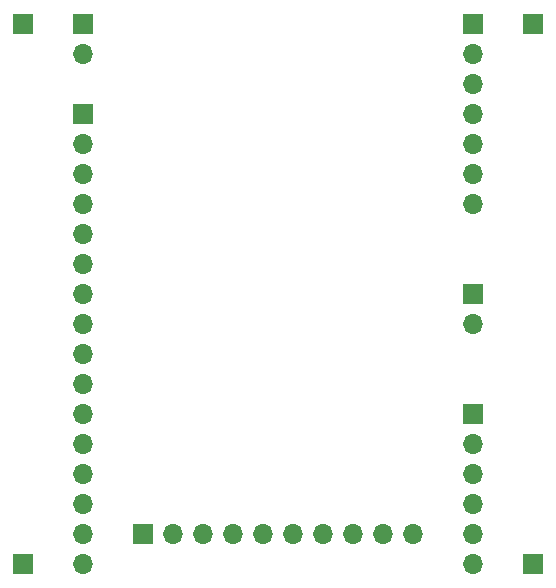
<source format=gbr>
%TF.GenerationSoftware,KiCad,Pcbnew,(5.1.10-1-10_14)*%
%TF.CreationDate,2022-01-24T14:54:24+11:00*%
%TF.ProjectId,STM32L431CBT6_BO,53544d33-324c-4343-9331-434254365f42,rev?*%
%TF.SameCoordinates,Original*%
%TF.FileFunction,Soldermask,Bot*%
%TF.FilePolarity,Negative*%
%FSLAX46Y46*%
G04 Gerber Fmt 4.6, Leading zero omitted, Abs format (unit mm)*
G04 Created by KiCad (PCBNEW (5.1.10-1-10_14)) date 2022-01-24 14:54:24*
%MOMM*%
%LPD*%
G01*
G04 APERTURE LIST*
%ADD10O,1.700000X1.700000*%
%ADD11R,1.700000X1.700000*%
G04 APERTURE END LIST*
D10*
%TO.C,J6*%
X182880000Y-81280000D03*
X180340000Y-81280000D03*
X177800000Y-81280000D03*
X175260000Y-81280000D03*
X172720000Y-81280000D03*
X170180000Y-81280000D03*
X167640000Y-81280000D03*
X165100000Y-81280000D03*
X162560000Y-81280000D03*
D11*
X160020000Y-81280000D03*
%TD*%
%TO.C,J9*%
X193040000Y-83820000D03*
%TD*%
%TO.C,J1*%
X154940000Y-38100000D03*
D10*
X154940000Y-40640000D03*
%TD*%
%TO.C,J2*%
X187960000Y-63500000D03*
D11*
X187960000Y-60960000D03*
%TD*%
%TO.C,J3*%
X187960000Y-38100000D03*
D10*
X187960000Y-40640000D03*
X187960000Y-43180000D03*
X187960000Y-45720000D03*
X187960000Y-48260000D03*
X187960000Y-50800000D03*
X187960000Y-53340000D03*
%TD*%
D11*
%TO.C,J4*%
X154940000Y-45720000D03*
D10*
X154940000Y-48260000D03*
X154940000Y-50800000D03*
X154940000Y-53340000D03*
X154940000Y-55880000D03*
X154940000Y-58420000D03*
X154940000Y-60960000D03*
X154940000Y-63500000D03*
X154940000Y-66040000D03*
X154940000Y-68580000D03*
X154940000Y-71120000D03*
X154940000Y-73660000D03*
X154940000Y-76200000D03*
X154940000Y-78740000D03*
X154940000Y-81280000D03*
X154940000Y-83820000D03*
%TD*%
D11*
%TO.C,J5*%
X187960000Y-71120000D03*
D10*
X187960000Y-73660000D03*
X187960000Y-76200000D03*
X187960000Y-78740000D03*
X187960000Y-81280000D03*
X187960000Y-83820000D03*
%TD*%
D11*
%TO.C,J7*%
X193040000Y-38100000D03*
%TD*%
%TO.C,J8*%
X149860000Y-38100000D03*
%TD*%
%TO.C,J10*%
X149860000Y-83820000D03*
%TD*%
M02*

</source>
